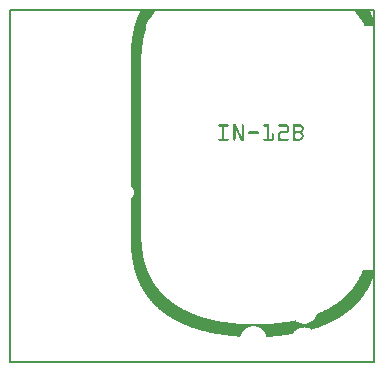
<source format=gto>
G04 MADE WITH FRITZING*
G04 WWW.FRITZING.ORG*
G04 DOUBLE SIDED*
G04 HOLES PLATED*
G04 CONTOUR ON CENTER OF CONTOUR VECTOR*
%ASAXBY*%
%FSLAX23Y23*%
%MOIN*%
%OFA0B0*%
%SFA1.0B1.0*%
%ADD10R,1.220470X1.181100X1.204470X1.165100*%
%ADD11C,0.008000*%
%ADD12R,0.001000X0.001000*%
%LNSILK1*%
G90*
G70*
G54D11*
X4Y1177D02*
X1216Y1177D01*
X1216Y4D01*
X4Y4D01*
X4Y1177D01*
D02*
G54D12*
X441Y1181D02*
X492Y1181D01*
X1147Y1181D02*
X1198Y1181D01*
X441Y1180D02*
X491Y1180D01*
X1148Y1180D02*
X1198Y1180D01*
X440Y1179D02*
X490Y1179D01*
X1149Y1179D02*
X1199Y1179D01*
X440Y1178D02*
X490Y1178D01*
X1150Y1178D02*
X1199Y1178D01*
X439Y1177D02*
X489Y1177D01*
X1150Y1177D02*
X1200Y1177D01*
X439Y1176D02*
X488Y1176D01*
X1151Y1176D02*
X1200Y1176D01*
X438Y1175D02*
X487Y1175D01*
X1152Y1175D02*
X1201Y1175D01*
X438Y1174D02*
X487Y1174D01*
X1153Y1174D02*
X1201Y1174D01*
X437Y1173D02*
X486Y1173D01*
X1153Y1173D02*
X1202Y1173D01*
X437Y1172D02*
X485Y1172D01*
X1154Y1172D02*
X1202Y1172D01*
X436Y1171D02*
X485Y1171D01*
X1155Y1171D02*
X1203Y1171D01*
X436Y1170D02*
X484Y1170D01*
X1155Y1170D02*
X1203Y1170D01*
X435Y1169D02*
X483Y1169D01*
X1156Y1169D02*
X1204Y1169D01*
X435Y1168D02*
X483Y1168D01*
X1157Y1168D02*
X1204Y1168D01*
X434Y1167D02*
X482Y1167D01*
X1157Y1167D02*
X1205Y1167D01*
X434Y1166D02*
X481Y1166D01*
X1158Y1166D02*
X1205Y1166D01*
X433Y1165D02*
X481Y1165D01*
X1158Y1165D02*
X1206Y1165D01*
X433Y1164D02*
X480Y1164D01*
X1159Y1164D02*
X1206Y1164D01*
X433Y1163D02*
X479Y1163D01*
X1160Y1163D02*
X1207Y1163D01*
X432Y1162D02*
X479Y1162D01*
X1160Y1162D02*
X1207Y1162D01*
X432Y1161D02*
X478Y1161D01*
X1161Y1161D02*
X1208Y1161D01*
X431Y1160D02*
X478Y1160D01*
X1162Y1160D02*
X1208Y1160D01*
X431Y1159D02*
X477Y1159D01*
X1162Y1159D02*
X1208Y1159D01*
X430Y1158D02*
X476Y1158D01*
X1163Y1158D02*
X1209Y1158D01*
X430Y1157D02*
X476Y1157D01*
X1163Y1157D02*
X1209Y1157D01*
X430Y1156D02*
X475Y1156D01*
X1164Y1156D02*
X1210Y1156D01*
X429Y1155D02*
X475Y1155D01*
X1165Y1155D02*
X1210Y1155D01*
X429Y1154D02*
X474Y1154D01*
X1165Y1154D02*
X1211Y1154D01*
X428Y1153D02*
X473Y1153D01*
X1166Y1153D02*
X1211Y1153D01*
X428Y1152D02*
X472Y1152D01*
X1167Y1152D02*
X1211Y1152D01*
X428Y1151D02*
X471Y1151D01*
X1168Y1151D02*
X1212Y1151D01*
X427Y1150D02*
X470Y1150D01*
X1169Y1150D02*
X1212Y1150D01*
X427Y1149D02*
X469Y1149D01*
X1171Y1149D02*
X1212Y1149D01*
X426Y1148D02*
X468Y1148D01*
X1172Y1148D02*
X1213Y1148D01*
X426Y1147D02*
X467Y1147D01*
X1172Y1147D02*
X1213Y1147D01*
X426Y1146D02*
X466Y1146D01*
X1173Y1146D02*
X1214Y1146D01*
X425Y1145D02*
X465Y1145D01*
X1174Y1145D02*
X1214Y1145D01*
X425Y1144D02*
X464Y1144D01*
X1175Y1144D02*
X1214Y1144D01*
X425Y1143D02*
X464Y1143D01*
X1176Y1143D02*
X1215Y1143D01*
X424Y1142D02*
X463Y1142D01*
X1176Y1142D02*
X1215Y1142D01*
X424Y1141D02*
X462Y1141D01*
X1177Y1141D02*
X1215Y1141D01*
X424Y1140D02*
X462Y1140D01*
X1178Y1140D02*
X1216Y1140D01*
X423Y1139D02*
X461Y1139D01*
X1178Y1139D02*
X1216Y1139D01*
X423Y1138D02*
X460Y1138D01*
X1179Y1138D02*
X1216Y1138D01*
X423Y1137D02*
X460Y1137D01*
X1179Y1137D02*
X1217Y1137D01*
X422Y1136D02*
X459Y1136D01*
X1180Y1136D02*
X1217Y1136D01*
X422Y1135D02*
X459Y1135D01*
X1180Y1135D02*
X1217Y1135D01*
X422Y1134D02*
X458Y1134D01*
X1181Y1134D02*
X1218Y1134D01*
X421Y1133D02*
X458Y1133D01*
X1181Y1133D02*
X1218Y1133D01*
X421Y1132D02*
X458Y1132D01*
X1182Y1132D02*
X1218Y1132D01*
X421Y1131D02*
X457Y1131D01*
X1182Y1131D02*
X1219Y1131D01*
X420Y1130D02*
X457Y1130D01*
X1182Y1130D02*
X1219Y1130D01*
X420Y1129D02*
X456Y1129D01*
X1183Y1129D02*
X1219Y1129D01*
X420Y1128D02*
X456Y1128D01*
X1183Y1128D02*
X1219Y1128D01*
X419Y1127D02*
X456Y1127D01*
X1183Y1127D02*
X1220Y1127D01*
X419Y1126D02*
X456Y1126D01*
X1184Y1126D02*
X1220Y1126D01*
X419Y1125D02*
X455Y1125D01*
X1184Y1125D02*
X1220Y1125D01*
X419Y1124D02*
X455Y1124D01*
X418Y1123D02*
X455Y1123D01*
X418Y1122D02*
X455Y1122D01*
X418Y1121D02*
X455Y1121D01*
X418Y1120D02*
X454Y1120D01*
X417Y1119D02*
X454Y1119D01*
X417Y1118D02*
X454Y1118D01*
X417Y1117D02*
X454Y1117D01*
X417Y1116D02*
X454Y1116D01*
X416Y1115D02*
X454Y1115D01*
X416Y1114D02*
X454Y1114D01*
X416Y1113D02*
X454Y1113D01*
X416Y1112D02*
X454Y1112D01*
X415Y1111D02*
X454Y1111D01*
X415Y1110D02*
X454Y1110D01*
X415Y1109D02*
X454Y1109D01*
X415Y1108D02*
X454Y1108D01*
X414Y1107D02*
X454Y1107D01*
X414Y1106D02*
X454Y1106D01*
X414Y1105D02*
X453Y1105D01*
X414Y1104D02*
X453Y1104D01*
X414Y1103D02*
X453Y1103D01*
X413Y1102D02*
X452Y1102D01*
X413Y1101D02*
X452Y1101D01*
X413Y1100D02*
X452Y1100D01*
X413Y1099D02*
X451Y1099D01*
X413Y1098D02*
X451Y1098D01*
X413Y1097D02*
X451Y1097D01*
X412Y1096D02*
X451Y1096D01*
X412Y1095D02*
X450Y1095D01*
X412Y1094D02*
X450Y1094D01*
X412Y1093D02*
X450Y1093D01*
X412Y1092D02*
X450Y1092D01*
X411Y1091D02*
X449Y1091D01*
X411Y1090D02*
X449Y1090D01*
X411Y1089D02*
X449Y1089D01*
X411Y1088D02*
X449Y1088D01*
X411Y1087D02*
X448Y1087D01*
X411Y1086D02*
X448Y1086D01*
X411Y1085D02*
X448Y1085D01*
X410Y1084D02*
X448Y1084D01*
X410Y1083D02*
X447Y1083D01*
X410Y1082D02*
X447Y1082D01*
X410Y1081D02*
X447Y1081D01*
X410Y1080D02*
X447Y1080D01*
X410Y1079D02*
X447Y1079D01*
X410Y1078D02*
X446Y1078D01*
X410Y1077D02*
X446Y1077D01*
X409Y1076D02*
X446Y1076D01*
X409Y1075D02*
X446Y1075D01*
X409Y1074D02*
X446Y1074D01*
X409Y1073D02*
X445Y1073D01*
X409Y1072D02*
X445Y1072D01*
X409Y1071D02*
X445Y1071D01*
X409Y1070D02*
X445Y1070D01*
X409Y1069D02*
X445Y1069D01*
X409Y1068D02*
X445Y1068D01*
X408Y1067D02*
X444Y1067D01*
X408Y1066D02*
X444Y1066D01*
X408Y1065D02*
X444Y1065D01*
X408Y1064D02*
X444Y1064D01*
X408Y1063D02*
X444Y1063D01*
X408Y1062D02*
X444Y1062D01*
X408Y1061D02*
X444Y1061D01*
X408Y1060D02*
X443Y1060D01*
X408Y1059D02*
X443Y1059D01*
X408Y1058D02*
X443Y1058D01*
X408Y1057D02*
X443Y1057D01*
X408Y1056D02*
X443Y1056D01*
X408Y1055D02*
X443Y1055D01*
X407Y1054D02*
X443Y1054D01*
X407Y1053D02*
X442Y1053D01*
X407Y1052D02*
X442Y1052D01*
X407Y1051D02*
X442Y1051D01*
X407Y1050D02*
X442Y1050D01*
X407Y1049D02*
X442Y1049D01*
X407Y1048D02*
X442Y1048D01*
X407Y1047D02*
X442Y1047D01*
X407Y1046D02*
X442Y1046D01*
X407Y1045D02*
X442Y1045D01*
X407Y1044D02*
X442Y1044D01*
X407Y1043D02*
X441Y1043D01*
X407Y1042D02*
X441Y1042D01*
X407Y1041D02*
X441Y1041D01*
X407Y1040D02*
X441Y1040D01*
X407Y1039D02*
X441Y1039D01*
X407Y1038D02*
X441Y1038D01*
X407Y1037D02*
X441Y1037D01*
X407Y1036D02*
X441Y1036D01*
X407Y1035D02*
X441Y1035D01*
X407Y1034D02*
X441Y1034D01*
X407Y1033D02*
X441Y1033D01*
X407Y1032D02*
X441Y1032D01*
X407Y1031D02*
X441Y1031D01*
X407Y1030D02*
X441Y1030D01*
X407Y1029D02*
X440Y1029D01*
X407Y1028D02*
X440Y1028D01*
X407Y1027D02*
X440Y1027D01*
X407Y1026D02*
X440Y1026D01*
X407Y1025D02*
X440Y1025D01*
X407Y1024D02*
X440Y1024D01*
X407Y1023D02*
X440Y1023D01*
X407Y1022D02*
X440Y1022D01*
X407Y1021D02*
X440Y1021D01*
X407Y1020D02*
X440Y1020D01*
X407Y1019D02*
X440Y1019D01*
X407Y1018D02*
X440Y1018D01*
X407Y1017D02*
X440Y1017D01*
X407Y1016D02*
X440Y1016D01*
X407Y1015D02*
X440Y1015D01*
X407Y1014D02*
X440Y1014D01*
X407Y1013D02*
X440Y1013D01*
X407Y1012D02*
X440Y1012D01*
X407Y1011D02*
X440Y1011D01*
X407Y1010D02*
X440Y1010D01*
X407Y1009D02*
X440Y1009D01*
X407Y1008D02*
X440Y1008D01*
X407Y1007D02*
X440Y1007D01*
X407Y1006D02*
X440Y1006D01*
X407Y1005D02*
X440Y1005D01*
X407Y1004D02*
X440Y1004D01*
X407Y1003D02*
X440Y1003D01*
X407Y1002D02*
X440Y1002D01*
X407Y1001D02*
X440Y1001D01*
X407Y1000D02*
X440Y1000D01*
X407Y999D02*
X440Y999D01*
X407Y998D02*
X440Y998D01*
X407Y997D02*
X440Y997D01*
X407Y996D02*
X440Y996D01*
X407Y995D02*
X440Y995D01*
X407Y994D02*
X440Y994D01*
X407Y993D02*
X440Y993D01*
X407Y992D02*
X440Y992D01*
X407Y991D02*
X440Y991D01*
X407Y990D02*
X440Y990D01*
X407Y989D02*
X440Y989D01*
X407Y988D02*
X440Y988D01*
X407Y987D02*
X440Y987D01*
X407Y986D02*
X440Y986D01*
X407Y985D02*
X440Y985D01*
X407Y984D02*
X440Y984D01*
X407Y983D02*
X440Y983D01*
X407Y982D02*
X440Y982D01*
X407Y981D02*
X440Y981D01*
X407Y980D02*
X440Y980D01*
X407Y979D02*
X440Y979D01*
X407Y978D02*
X440Y978D01*
X407Y977D02*
X440Y977D01*
X407Y976D02*
X440Y976D01*
X407Y975D02*
X440Y975D01*
X407Y974D02*
X440Y974D01*
X407Y973D02*
X440Y973D01*
X407Y972D02*
X440Y972D01*
X407Y971D02*
X440Y971D01*
X407Y970D02*
X440Y970D01*
X407Y969D02*
X440Y969D01*
X407Y968D02*
X440Y968D01*
X407Y967D02*
X440Y967D01*
X407Y966D02*
X440Y966D01*
X407Y965D02*
X440Y965D01*
X407Y964D02*
X440Y964D01*
X407Y963D02*
X440Y963D01*
X407Y962D02*
X440Y962D01*
X407Y961D02*
X440Y961D01*
X407Y960D02*
X440Y960D01*
X407Y959D02*
X440Y959D01*
X407Y958D02*
X440Y958D01*
X407Y957D02*
X440Y957D01*
X407Y956D02*
X440Y956D01*
X407Y955D02*
X440Y955D01*
X407Y954D02*
X440Y954D01*
X407Y953D02*
X440Y953D01*
X407Y952D02*
X440Y952D01*
X407Y951D02*
X440Y951D01*
X407Y950D02*
X440Y950D01*
X407Y949D02*
X440Y949D01*
X407Y948D02*
X440Y948D01*
X407Y947D02*
X440Y947D01*
X407Y946D02*
X440Y946D01*
X407Y945D02*
X440Y945D01*
X407Y944D02*
X440Y944D01*
X407Y943D02*
X440Y943D01*
X407Y942D02*
X440Y942D01*
X407Y941D02*
X440Y941D01*
X407Y940D02*
X440Y940D01*
X407Y939D02*
X440Y939D01*
X407Y938D02*
X440Y938D01*
X407Y937D02*
X440Y937D01*
X407Y936D02*
X440Y936D01*
X407Y935D02*
X440Y935D01*
X407Y934D02*
X440Y934D01*
X407Y933D02*
X440Y933D01*
X407Y932D02*
X440Y932D01*
X407Y931D02*
X440Y931D01*
X407Y930D02*
X440Y930D01*
X407Y929D02*
X440Y929D01*
X407Y928D02*
X440Y928D01*
X407Y927D02*
X440Y927D01*
X407Y926D02*
X440Y926D01*
X407Y925D02*
X440Y925D01*
X407Y924D02*
X440Y924D01*
X407Y923D02*
X440Y923D01*
X407Y922D02*
X440Y922D01*
X407Y921D02*
X440Y921D01*
X407Y920D02*
X440Y920D01*
X407Y919D02*
X440Y919D01*
X407Y918D02*
X440Y918D01*
X407Y917D02*
X440Y917D01*
X407Y916D02*
X440Y916D01*
X407Y915D02*
X440Y915D01*
X407Y914D02*
X440Y914D01*
X407Y913D02*
X440Y913D01*
X407Y912D02*
X440Y912D01*
X407Y911D02*
X440Y911D01*
X407Y910D02*
X440Y910D01*
X407Y909D02*
X440Y909D01*
X407Y908D02*
X440Y908D01*
X407Y907D02*
X440Y907D01*
X407Y906D02*
X440Y906D01*
X407Y905D02*
X440Y905D01*
X407Y904D02*
X440Y904D01*
X407Y903D02*
X440Y903D01*
X407Y902D02*
X440Y902D01*
X407Y901D02*
X440Y901D01*
X407Y900D02*
X440Y900D01*
X407Y899D02*
X440Y899D01*
X407Y898D02*
X440Y898D01*
X407Y897D02*
X440Y897D01*
X407Y896D02*
X440Y896D01*
X407Y895D02*
X440Y895D01*
X407Y894D02*
X440Y894D01*
X407Y893D02*
X440Y893D01*
X407Y892D02*
X440Y892D01*
X407Y891D02*
X440Y891D01*
X407Y890D02*
X440Y890D01*
X407Y889D02*
X440Y889D01*
X407Y888D02*
X440Y888D01*
X407Y887D02*
X440Y887D01*
X407Y886D02*
X440Y886D01*
X407Y885D02*
X440Y885D01*
X407Y884D02*
X440Y884D01*
X407Y883D02*
X440Y883D01*
X407Y882D02*
X440Y882D01*
X407Y881D02*
X440Y881D01*
X407Y880D02*
X440Y880D01*
X407Y879D02*
X440Y879D01*
X407Y878D02*
X440Y878D01*
X407Y877D02*
X440Y877D01*
X407Y876D02*
X440Y876D01*
X407Y875D02*
X440Y875D01*
X407Y874D02*
X440Y874D01*
X407Y873D02*
X440Y873D01*
X407Y872D02*
X440Y872D01*
X407Y871D02*
X440Y871D01*
X407Y870D02*
X440Y870D01*
X407Y869D02*
X440Y869D01*
X407Y868D02*
X440Y868D01*
X407Y867D02*
X440Y867D01*
X407Y866D02*
X440Y866D01*
X407Y865D02*
X440Y865D01*
X407Y864D02*
X440Y864D01*
X407Y863D02*
X440Y863D01*
X407Y862D02*
X440Y862D01*
X407Y861D02*
X440Y861D01*
X407Y860D02*
X440Y860D01*
X407Y859D02*
X440Y859D01*
X407Y858D02*
X440Y858D01*
X407Y857D02*
X440Y857D01*
X407Y856D02*
X440Y856D01*
X407Y855D02*
X440Y855D01*
X407Y854D02*
X440Y854D01*
X407Y853D02*
X440Y853D01*
X407Y852D02*
X440Y852D01*
X407Y851D02*
X440Y851D01*
X407Y850D02*
X440Y850D01*
X407Y849D02*
X440Y849D01*
X407Y848D02*
X440Y848D01*
X407Y847D02*
X440Y847D01*
X407Y846D02*
X440Y846D01*
X407Y845D02*
X440Y845D01*
X407Y844D02*
X440Y844D01*
X407Y843D02*
X440Y843D01*
X407Y842D02*
X440Y842D01*
X407Y841D02*
X440Y841D01*
X407Y840D02*
X440Y840D01*
X407Y839D02*
X440Y839D01*
X407Y838D02*
X440Y838D01*
X407Y837D02*
X440Y837D01*
X407Y836D02*
X440Y836D01*
X407Y835D02*
X440Y835D01*
X407Y834D02*
X440Y834D01*
X407Y833D02*
X440Y833D01*
X407Y832D02*
X440Y832D01*
X407Y831D02*
X440Y831D01*
X407Y830D02*
X440Y830D01*
X407Y829D02*
X440Y829D01*
X407Y828D02*
X440Y828D01*
X407Y827D02*
X440Y827D01*
X407Y826D02*
X440Y826D01*
X407Y825D02*
X440Y825D01*
X407Y824D02*
X440Y824D01*
X407Y823D02*
X440Y823D01*
X407Y822D02*
X440Y822D01*
X407Y821D02*
X440Y821D01*
X407Y820D02*
X440Y820D01*
X407Y819D02*
X440Y819D01*
X407Y818D02*
X440Y818D01*
X407Y817D02*
X440Y817D01*
X407Y816D02*
X440Y816D01*
X407Y815D02*
X440Y815D01*
X407Y814D02*
X440Y814D01*
X407Y813D02*
X440Y813D01*
X407Y812D02*
X440Y812D01*
X407Y811D02*
X440Y811D01*
X407Y810D02*
X440Y810D01*
X407Y809D02*
X440Y809D01*
X407Y808D02*
X440Y808D01*
X407Y807D02*
X440Y807D01*
X407Y806D02*
X440Y806D01*
X407Y805D02*
X440Y805D01*
X407Y804D02*
X440Y804D01*
X407Y803D02*
X440Y803D01*
X407Y802D02*
X440Y802D01*
X407Y801D02*
X440Y801D01*
X407Y800D02*
X440Y800D01*
X407Y799D02*
X440Y799D01*
X407Y798D02*
X440Y798D01*
X407Y797D02*
X440Y797D01*
X407Y796D02*
X440Y796D01*
X407Y795D02*
X440Y795D01*
X699Y795D02*
X730Y795D01*
X747Y795D02*
X756Y795D01*
X776Y795D02*
X780Y795D01*
X849Y795D02*
X867Y795D01*
X899Y795D02*
X927Y795D01*
X947Y795D02*
X972Y795D01*
X407Y794D02*
X440Y794D01*
X698Y794D02*
X731Y794D01*
X747Y794D02*
X757Y794D01*
X776Y794D02*
X781Y794D01*
X848Y794D02*
X867Y794D01*
X898Y794D02*
X929Y794D01*
X947Y794D02*
X974Y794D01*
X407Y793D02*
X440Y793D01*
X698Y793D02*
X731Y793D01*
X747Y793D02*
X757Y793D01*
X775Y793D02*
X781Y793D01*
X848Y793D02*
X867Y793D01*
X898Y793D02*
X930Y793D01*
X947Y793D02*
X975Y793D01*
X407Y792D02*
X440Y792D01*
X698Y792D02*
X731Y792D01*
X747Y792D02*
X757Y792D01*
X775Y792D02*
X781Y792D01*
X848Y792D02*
X867Y792D01*
X897Y792D02*
X930Y792D01*
X947Y792D02*
X976Y792D01*
X407Y791D02*
X440Y791D01*
X698Y791D02*
X731Y791D01*
X747Y791D02*
X758Y791D01*
X775Y791D02*
X781Y791D01*
X848Y791D02*
X867Y791D01*
X898Y791D02*
X931Y791D01*
X947Y791D02*
X977Y791D01*
X407Y790D02*
X440Y790D01*
X698Y790D02*
X730Y790D01*
X747Y790D02*
X758Y790D01*
X775Y790D02*
X781Y790D01*
X848Y790D02*
X867Y790D01*
X898Y790D02*
X931Y790D01*
X947Y790D02*
X978Y790D01*
X407Y789D02*
X440Y789D01*
X700Y789D02*
X728Y789D01*
X747Y789D02*
X759Y789D01*
X775Y789D02*
X781Y789D01*
X850Y789D02*
X867Y789D01*
X900Y789D02*
X931Y789D01*
X947Y789D02*
X979Y789D01*
X407Y788D02*
X440Y788D01*
X711Y788D02*
X717Y788D01*
X747Y788D02*
X759Y788D01*
X775Y788D02*
X781Y788D01*
X861Y788D02*
X867Y788D01*
X925Y788D02*
X931Y788D01*
X947Y788D02*
X953Y788D01*
X971Y788D02*
X979Y788D01*
X407Y787D02*
X440Y787D01*
X711Y787D02*
X717Y787D01*
X747Y787D02*
X760Y787D01*
X775Y787D02*
X781Y787D01*
X861Y787D02*
X867Y787D01*
X925Y787D02*
X931Y787D01*
X947Y787D02*
X953Y787D01*
X973Y787D02*
X980Y787D01*
X407Y786D02*
X440Y786D01*
X711Y786D02*
X717Y786D01*
X747Y786D02*
X760Y786D01*
X775Y786D02*
X781Y786D01*
X861Y786D02*
X867Y786D01*
X925Y786D02*
X931Y786D01*
X947Y786D02*
X953Y786D01*
X973Y786D02*
X980Y786D01*
X407Y785D02*
X440Y785D01*
X711Y785D02*
X717Y785D01*
X747Y785D02*
X760Y785D01*
X775Y785D02*
X781Y785D01*
X861Y785D02*
X867Y785D01*
X925Y785D02*
X931Y785D01*
X947Y785D02*
X953Y785D01*
X974Y785D02*
X981Y785D01*
X407Y784D02*
X440Y784D01*
X711Y784D02*
X717Y784D01*
X747Y784D02*
X761Y784D01*
X775Y784D02*
X781Y784D01*
X861Y784D02*
X867Y784D01*
X925Y784D02*
X931Y784D01*
X947Y784D02*
X953Y784D01*
X975Y784D02*
X981Y784D01*
X407Y783D02*
X440Y783D01*
X711Y783D02*
X717Y783D01*
X747Y783D02*
X761Y783D01*
X775Y783D02*
X781Y783D01*
X861Y783D02*
X867Y783D01*
X925Y783D02*
X931Y783D01*
X947Y783D02*
X953Y783D01*
X975Y783D02*
X981Y783D01*
X407Y782D02*
X440Y782D01*
X711Y782D02*
X717Y782D01*
X747Y782D02*
X762Y782D01*
X775Y782D02*
X781Y782D01*
X861Y782D02*
X867Y782D01*
X925Y782D02*
X931Y782D01*
X947Y782D02*
X953Y782D01*
X975Y782D02*
X981Y782D01*
X407Y781D02*
X440Y781D01*
X711Y781D02*
X717Y781D01*
X747Y781D02*
X754Y781D01*
X756Y781D02*
X762Y781D01*
X775Y781D02*
X781Y781D01*
X861Y781D02*
X867Y781D01*
X925Y781D02*
X931Y781D01*
X947Y781D02*
X953Y781D01*
X975Y781D02*
X981Y781D01*
X407Y780D02*
X440Y780D01*
X711Y780D02*
X717Y780D01*
X747Y780D02*
X754Y780D01*
X756Y780D02*
X763Y780D01*
X775Y780D02*
X781Y780D01*
X861Y780D02*
X867Y780D01*
X925Y780D02*
X931Y780D01*
X947Y780D02*
X953Y780D01*
X975Y780D02*
X981Y780D01*
X407Y779D02*
X440Y779D01*
X711Y779D02*
X717Y779D01*
X747Y779D02*
X754Y779D01*
X756Y779D02*
X763Y779D01*
X775Y779D02*
X781Y779D01*
X861Y779D02*
X867Y779D01*
X925Y779D02*
X931Y779D01*
X947Y779D02*
X953Y779D01*
X975Y779D02*
X981Y779D01*
X407Y778D02*
X440Y778D01*
X711Y778D02*
X717Y778D01*
X747Y778D02*
X754Y778D01*
X757Y778D02*
X764Y778D01*
X775Y778D02*
X781Y778D01*
X861Y778D02*
X867Y778D01*
X925Y778D02*
X931Y778D01*
X947Y778D02*
X953Y778D01*
X975Y778D02*
X981Y778D01*
X407Y777D02*
X440Y777D01*
X711Y777D02*
X717Y777D01*
X747Y777D02*
X754Y777D01*
X757Y777D02*
X764Y777D01*
X775Y777D02*
X781Y777D01*
X861Y777D02*
X867Y777D01*
X925Y777D02*
X931Y777D01*
X947Y777D02*
X953Y777D01*
X975Y777D02*
X981Y777D01*
X407Y776D02*
X440Y776D01*
X711Y776D02*
X717Y776D01*
X747Y776D02*
X754Y776D01*
X758Y776D02*
X764Y776D01*
X775Y776D02*
X781Y776D01*
X861Y776D02*
X867Y776D01*
X925Y776D02*
X931Y776D01*
X947Y776D02*
X953Y776D01*
X974Y776D02*
X981Y776D01*
X407Y775D02*
X440Y775D01*
X711Y775D02*
X717Y775D01*
X747Y775D02*
X754Y775D01*
X758Y775D02*
X765Y775D01*
X775Y775D02*
X781Y775D01*
X861Y775D02*
X867Y775D01*
X925Y775D02*
X931Y775D01*
X947Y775D02*
X953Y775D01*
X973Y775D02*
X980Y775D01*
X407Y774D02*
X440Y774D01*
X711Y774D02*
X717Y774D01*
X747Y774D02*
X754Y774D01*
X759Y774D02*
X765Y774D01*
X775Y774D02*
X781Y774D01*
X861Y774D02*
X867Y774D01*
X925Y774D02*
X931Y774D01*
X947Y774D02*
X953Y774D01*
X972Y774D02*
X980Y774D01*
X407Y773D02*
X440Y773D01*
X711Y773D02*
X717Y773D01*
X747Y773D02*
X754Y773D01*
X759Y773D02*
X766Y773D01*
X775Y773D02*
X781Y773D01*
X861Y773D02*
X867Y773D01*
X925Y773D02*
X931Y773D01*
X947Y773D02*
X953Y773D01*
X971Y773D02*
X979Y773D01*
X407Y772D02*
X440Y772D01*
X711Y772D02*
X717Y772D01*
X747Y772D02*
X754Y772D01*
X759Y772D02*
X766Y772D01*
X775Y772D02*
X781Y772D01*
X800Y772D02*
X829Y772D01*
X861Y772D02*
X867Y772D01*
X903Y772D02*
X931Y772D01*
X947Y772D02*
X979Y772D01*
X407Y771D02*
X440Y771D01*
X711Y771D02*
X717Y771D01*
X747Y771D02*
X754Y771D01*
X760Y771D02*
X767Y771D01*
X775Y771D02*
X781Y771D01*
X798Y771D02*
X830Y771D01*
X861Y771D02*
X867Y771D01*
X900Y771D02*
X931Y771D01*
X947Y771D02*
X978Y771D01*
X407Y770D02*
X440Y770D01*
X711Y770D02*
X717Y770D01*
X747Y770D02*
X754Y770D01*
X760Y770D02*
X767Y770D01*
X775Y770D02*
X781Y770D01*
X798Y770D02*
X831Y770D01*
X861Y770D02*
X867Y770D01*
X899Y770D02*
X931Y770D01*
X947Y770D02*
X977Y770D01*
X407Y769D02*
X440Y769D01*
X711Y769D02*
X717Y769D01*
X747Y769D02*
X754Y769D01*
X761Y769D02*
X767Y769D01*
X775Y769D02*
X781Y769D01*
X798Y769D02*
X831Y769D01*
X861Y769D02*
X867Y769D01*
X899Y769D02*
X930Y769D01*
X947Y769D02*
X976Y769D01*
X407Y768D02*
X440Y768D01*
X711Y768D02*
X717Y768D01*
X747Y768D02*
X754Y768D01*
X761Y768D02*
X768Y768D01*
X775Y768D02*
X781Y768D01*
X797Y768D02*
X831Y768D01*
X861Y768D02*
X867Y768D01*
X898Y768D02*
X929Y768D01*
X947Y768D02*
X977Y768D01*
X407Y767D02*
X440Y767D01*
X711Y767D02*
X717Y767D01*
X747Y767D02*
X754Y767D01*
X762Y767D02*
X768Y767D01*
X775Y767D02*
X781Y767D01*
X797Y767D02*
X831Y767D01*
X861Y767D02*
X867Y767D01*
X898Y767D02*
X928Y767D01*
X947Y767D02*
X978Y767D01*
X407Y766D02*
X440Y766D01*
X711Y766D02*
X717Y766D01*
X747Y766D02*
X754Y766D01*
X762Y766D02*
X769Y766D01*
X775Y766D02*
X781Y766D01*
X797Y766D02*
X831Y766D01*
X861Y766D02*
X867Y766D01*
X877Y766D02*
X879Y766D01*
X897Y766D02*
X927Y766D01*
X947Y766D02*
X979Y766D01*
X407Y765D02*
X440Y765D01*
X711Y765D02*
X717Y765D01*
X747Y765D02*
X754Y765D01*
X763Y765D02*
X769Y765D01*
X775Y765D02*
X781Y765D01*
X798Y765D02*
X831Y765D01*
X861Y765D02*
X867Y765D01*
X876Y765D02*
X880Y765D01*
X897Y765D02*
X904Y765D01*
X947Y765D02*
X954Y765D01*
X970Y765D02*
X979Y765D01*
X407Y764D02*
X440Y764D01*
X711Y764D02*
X717Y764D01*
X747Y764D02*
X754Y764D01*
X763Y764D02*
X770Y764D01*
X775Y764D02*
X781Y764D01*
X798Y764D02*
X830Y764D01*
X861Y764D02*
X867Y764D01*
X875Y764D02*
X881Y764D01*
X897Y764D02*
X903Y764D01*
X947Y764D02*
X953Y764D01*
X972Y764D02*
X980Y764D01*
X407Y763D02*
X440Y763D01*
X711Y763D02*
X717Y763D01*
X747Y763D02*
X754Y763D01*
X763Y763D02*
X770Y763D01*
X775Y763D02*
X781Y763D01*
X799Y763D02*
X829Y763D01*
X861Y763D02*
X867Y763D01*
X875Y763D02*
X881Y763D01*
X897Y763D02*
X903Y763D01*
X947Y763D02*
X953Y763D01*
X973Y763D02*
X980Y763D01*
X407Y762D02*
X440Y762D01*
X711Y762D02*
X717Y762D01*
X747Y762D02*
X754Y762D01*
X764Y762D02*
X771Y762D01*
X775Y762D02*
X781Y762D01*
X861Y762D02*
X867Y762D01*
X875Y762D02*
X881Y762D01*
X897Y762D02*
X903Y762D01*
X947Y762D02*
X953Y762D01*
X974Y762D02*
X980Y762D01*
X407Y761D02*
X440Y761D01*
X711Y761D02*
X717Y761D01*
X747Y761D02*
X754Y761D01*
X764Y761D02*
X771Y761D01*
X775Y761D02*
X781Y761D01*
X861Y761D02*
X867Y761D01*
X875Y761D02*
X881Y761D01*
X897Y761D02*
X903Y761D01*
X947Y761D02*
X953Y761D01*
X974Y761D02*
X981Y761D01*
X407Y760D02*
X440Y760D01*
X711Y760D02*
X717Y760D01*
X747Y760D02*
X754Y760D01*
X765Y760D02*
X771Y760D01*
X775Y760D02*
X781Y760D01*
X861Y760D02*
X867Y760D01*
X875Y760D02*
X881Y760D01*
X897Y760D02*
X903Y760D01*
X947Y760D02*
X953Y760D01*
X975Y760D02*
X981Y760D01*
X407Y759D02*
X440Y759D01*
X711Y759D02*
X717Y759D01*
X747Y759D02*
X754Y759D01*
X765Y759D02*
X772Y759D01*
X775Y759D02*
X781Y759D01*
X861Y759D02*
X867Y759D01*
X875Y759D02*
X881Y759D01*
X897Y759D02*
X903Y759D01*
X947Y759D02*
X953Y759D01*
X975Y759D02*
X981Y759D01*
X407Y758D02*
X440Y758D01*
X711Y758D02*
X717Y758D01*
X747Y758D02*
X754Y758D01*
X766Y758D02*
X772Y758D01*
X775Y758D02*
X781Y758D01*
X861Y758D02*
X867Y758D01*
X875Y758D02*
X881Y758D01*
X897Y758D02*
X903Y758D01*
X947Y758D02*
X953Y758D01*
X975Y758D02*
X981Y758D01*
X407Y757D02*
X440Y757D01*
X711Y757D02*
X717Y757D01*
X747Y757D02*
X754Y757D01*
X766Y757D02*
X773Y757D01*
X775Y757D02*
X781Y757D01*
X861Y757D02*
X867Y757D01*
X875Y757D02*
X881Y757D01*
X897Y757D02*
X903Y757D01*
X947Y757D02*
X953Y757D01*
X975Y757D02*
X981Y757D01*
X407Y756D02*
X440Y756D01*
X711Y756D02*
X717Y756D01*
X747Y756D02*
X754Y756D01*
X766Y756D02*
X773Y756D01*
X775Y756D02*
X781Y756D01*
X861Y756D02*
X867Y756D01*
X875Y756D02*
X881Y756D01*
X897Y756D02*
X903Y756D01*
X947Y756D02*
X953Y756D01*
X975Y756D02*
X981Y756D01*
X407Y755D02*
X440Y755D01*
X711Y755D02*
X717Y755D01*
X747Y755D02*
X754Y755D01*
X767Y755D02*
X781Y755D01*
X861Y755D02*
X867Y755D01*
X875Y755D02*
X881Y755D01*
X897Y755D02*
X903Y755D01*
X947Y755D02*
X953Y755D01*
X975Y755D02*
X981Y755D01*
X407Y754D02*
X440Y754D01*
X711Y754D02*
X717Y754D01*
X747Y754D02*
X754Y754D01*
X767Y754D02*
X781Y754D01*
X861Y754D02*
X867Y754D01*
X875Y754D02*
X881Y754D01*
X897Y754D02*
X903Y754D01*
X947Y754D02*
X953Y754D01*
X975Y754D02*
X981Y754D01*
X407Y753D02*
X440Y753D01*
X711Y753D02*
X717Y753D01*
X747Y753D02*
X754Y753D01*
X768Y753D02*
X781Y753D01*
X861Y753D02*
X867Y753D01*
X875Y753D02*
X881Y753D01*
X897Y753D02*
X903Y753D01*
X947Y753D02*
X953Y753D01*
X974Y753D02*
X981Y753D01*
X407Y752D02*
X440Y752D01*
X711Y752D02*
X717Y752D01*
X747Y752D02*
X754Y752D01*
X768Y752D02*
X781Y752D01*
X861Y752D02*
X867Y752D01*
X875Y752D02*
X881Y752D01*
X897Y752D02*
X903Y752D01*
X947Y752D02*
X953Y752D01*
X974Y752D02*
X980Y752D01*
X407Y751D02*
X440Y751D01*
X711Y751D02*
X717Y751D01*
X747Y751D02*
X754Y751D01*
X769Y751D02*
X781Y751D01*
X861Y751D02*
X867Y751D01*
X875Y751D02*
X881Y751D01*
X897Y751D02*
X903Y751D01*
X947Y751D02*
X953Y751D01*
X973Y751D02*
X980Y751D01*
X407Y750D02*
X440Y750D01*
X711Y750D02*
X717Y750D01*
X747Y750D02*
X754Y750D01*
X769Y750D02*
X781Y750D01*
X861Y750D02*
X867Y750D01*
X875Y750D02*
X881Y750D01*
X897Y750D02*
X903Y750D01*
X947Y750D02*
X953Y750D01*
X972Y750D02*
X980Y750D01*
X407Y749D02*
X440Y749D01*
X711Y749D02*
X717Y749D01*
X747Y749D02*
X754Y749D01*
X770Y749D02*
X781Y749D01*
X861Y749D02*
X867Y749D01*
X875Y749D02*
X881Y749D01*
X897Y749D02*
X904Y749D01*
X947Y749D02*
X954Y749D01*
X970Y749D02*
X979Y749D01*
X407Y748D02*
X440Y748D01*
X699Y748D02*
X730Y748D01*
X747Y748D02*
X754Y748D01*
X770Y748D02*
X781Y748D01*
X849Y748D02*
X881Y748D01*
X897Y748D02*
X929Y748D01*
X947Y748D02*
X979Y748D01*
X407Y747D02*
X440Y747D01*
X698Y747D02*
X730Y747D01*
X747Y747D02*
X754Y747D01*
X770Y747D02*
X781Y747D01*
X848Y747D02*
X881Y747D01*
X897Y747D02*
X930Y747D01*
X947Y747D02*
X978Y747D01*
X407Y746D02*
X440Y746D01*
X698Y746D02*
X731Y746D01*
X747Y746D02*
X754Y746D01*
X771Y746D02*
X781Y746D01*
X848Y746D02*
X881Y746D01*
X897Y746D02*
X931Y746D01*
X947Y746D02*
X977Y746D01*
X407Y745D02*
X440Y745D01*
X698Y745D02*
X731Y745D01*
X748Y745D02*
X753Y745D01*
X771Y745D02*
X781Y745D01*
X847Y745D02*
X881Y745D01*
X897Y745D02*
X931Y745D01*
X947Y745D02*
X976Y745D01*
X407Y744D02*
X440Y744D01*
X698Y744D02*
X731Y744D01*
X748Y744D02*
X753Y744D01*
X772Y744D02*
X781Y744D01*
X848Y744D02*
X881Y744D01*
X897Y744D02*
X931Y744D01*
X947Y744D02*
X975Y744D01*
X407Y743D02*
X440Y743D01*
X698Y743D02*
X730Y743D01*
X748Y743D02*
X753Y743D01*
X772Y743D02*
X781Y743D01*
X848Y743D02*
X880Y743D01*
X897Y743D02*
X930Y743D01*
X947Y743D02*
X973Y743D01*
X407Y742D02*
X440Y742D01*
X700Y742D02*
X729Y742D01*
X750Y742D02*
X751Y742D01*
X773Y742D02*
X781Y742D01*
X850Y742D02*
X879Y742D01*
X898Y742D02*
X929Y742D01*
X948Y742D02*
X970Y742D01*
X407Y741D02*
X440Y741D01*
X407Y740D02*
X440Y740D01*
X407Y739D02*
X440Y739D01*
X407Y738D02*
X440Y738D01*
X407Y737D02*
X440Y737D01*
X407Y736D02*
X440Y736D01*
X407Y735D02*
X440Y735D01*
X407Y734D02*
X440Y734D01*
X407Y733D02*
X440Y733D01*
X407Y732D02*
X440Y732D01*
X407Y731D02*
X440Y731D01*
X407Y730D02*
X440Y730D01*
X407Y729D02*
X440Y729D01*
X407Y728D02*
X440Y728D01*
X407Y727D02*
X440Y727D01*
X407Y726D02*
X440Y726D01*
X407Y725D02*
X440Y725D01*
X407Y724D02*
X440Y724D01*
X407Y723D02*
X440Y723D01*
X407Y722D02*
X440Y722D01*
X407Y721D02*
X440Y721D01*
X407Y720D02*
X440Y720D01*
X407Y719D02*
X440Y719D01*
X407Y718D02*
X440Y718D01*
X407Y717D02*
X440Y717D01*
X407Y716D02*
X440Y716D01*
X407Y715D02*
X440Y715D01*
X407Y714D02*
X440Y714D01*
X407Y713D02*
X440Y713D01*
X407Y712D02*
X440Y712D01*
X407Y711D02*
X440Y711D01*
X407Y710D02*
X440Y710D01*
X407Y709D02*
X440Y709D01*
X407Y708D02*
X440Y708D01*
X407Y707D02*
X440Y707D01*
X407Y706D02*
X440Y706D01*
X407Y705D02*
X440Y705D01*
X407Y704D02*
X440Y704D01*
X407Y703D02*
X440Y703D01*
X407Y702D02*
X440Y702D01*
X407Y701D02*
X440Y701D01*
X407Y700D02*
X440Y700D01*
X407Y699D02*
X440Y699D01*
X407Y698D02*
X440Y698D01*
X407Y697D02*
X440Y697D01*
X407Y696D02*
X440Y696D01*
X407Y695D02*
X440Y695D01*
X407Y694D02*
X440Y694D01*
X407Y693D02*
X440Y693D01*
X407Y692D02*
X440Y692D01*
X407Y691D02*
X440Y691D01*
X407Y690D02*
X440Y690D01*
X407Y689D02*
X440Y689D01*
X407Y688D02*
X440Y688D01*
X407Y687D02*
X440Y687D01*
X407Y686D02*
X440Y686D01*
X407Y685D02*
X440Y685D01*
X407Y684D02*
X440Y684D01*
X407Y683D02*
X440Y683D01*
X407Y682D02*
X440Y682D01*
X407Y681D02*
X440Y681D01*
X407Y680D02*
X440Y680D01*
X407Y679D02*
X440Y679D01*
X407Y678D02*
X440Y678D01*
X407Y677D02*
X440Y677D01*
X407Y676D02*
X440Y676D01*
X407Y675D02*
X440Y675D01*
X407Y674D02*
X440Y674D01*
X407Y673D02*
X440Y673D01*
X407Y672D02*
X440Y672D01*
X407Y671D02*
X440Y671D01*
X407Y670D02*
X440Y670D01*
X407Y669D02*
X440Y669D01*
X407Y668D02*
X440Y668D01*
X407Y667D02*
X440Y667D01*
X407Y666D02*
X440Y666D01*
X407Y665D02*
X440Y665D01*
X407Y664D02*
X440Y664D01*
X407Y663D02*
X440Y663D01*
X407Y662D02*
X440Y662D01*
X407Y661D02*
X440Y661D01*
X407Y660D02*
X440Y660D01*
X407Y659D02*
X440Y659D01*
X407Y658D02*
X440Y658D01*
X407Y657D02*
X440Y657D01*
X407Y656D02*
X440Y656D01*
X407Y655D02*
X440Y655D01*
X407Y654D02*
X440Y654D01*
X407Y653D02*
X440Y653D01*
X407Y652D02*
X440Y652D01*
X407Y651D02*
X440Y651D01*
X407Y650D02*
X440Y650D01*
X407Y649D02*
X440Y649D01*
X407Y648D02*
X440Y648D01*
X407Y647D02*
X440Y647D01*
X407Y646D02*
X440Y646D01*
X407Y645D02*
X440Y645D01*
X407Y644D02*
X440Y644D01*
X407Y643D02*
X440Y643D01*
X407Y642D02*
X440Y642D01*
X407Y641D02*
X440Y641D01*
X407Y640D02*
X440Y640D01*
X407Y639D02*
X440Y639D01*
X407Y638D02*
X440Y638D01*
X407Y637D02*
X440Y637D01*
X407Y636D02*
X440Y636D01*
X407Y635D02*
X440Y635D01*
X407Y634D02*
X440Y634D01*
X407Y633D02*
X440Y633D01*
X407Y632D02*
X440Y632D01*
X407Y631D02*
X440Y631D01*
X407Y630D02*
X440Y630D01*
X407Y629D02*
X440Y629D01*
X407Y628D02*
X440Y628D01*
X407Y627D02*
X440Y627D01*
X407Y626D02*
X440Y626D01*
X407Y625D02*
X440Y625D01*
X407Y624D02*
X440Y624D01*
X407Y623D02*
X440Y623D01*
X407Y622D02*
X440Y622D01*
X407Y621D02*
X440Y621D01*
X407Y620D02*
X440Y620D01*
X407Y619D02*
X440Y619D01*
X407Y618D02*
X440Y618D01*
X407Y617D02*
X440Y617D01*
X407Y616D02*
X440Y616D01*
X407Y615D02*
X440Y615D01*
X407Y614D02*
X440Y614D01*
X407Y613D02*
X440Y613D01*
X407Y612D02*
X440Y612D01*
X407Y611D02*
X440Y611D01*
X407Y610D02*
X440Y610D01*
X407Y609D02*
X440Y609D01*
X407Y608D02*
X440Y608D01*
X407Y607D02*
X440Y607D01*
X407Y606D02*
X440Y606D01*
X407Y605D02*
X440Y605D01*
X407Y604D02*
X440Y604D01*
X407Y603D02*
X440Y603D01*
X407Y602D02*
X440Y602D01*
X407Y601D02*
X440Y601D01*
X407Y600D02*
X440Y600D01*
X407Y599D02*
X440Y599D01*
X407Y598D02*
X440Y598D01*
X407Y597D02*
X440Y597D01*
X407Y596D02*
X440Y596D01*
X407Y595D02*
X440Y595D01*
X407Y594D02*
X440Y594D01*
X407Y593D02*
X440Y593D01*
X407Y592D02*
X440Y592D01*
X407Y591D02*
X440Y591D01*
X407Y590D02*
X440Y590D01*
X407Y589D02*
X440Y589D01*
X408Y588D02*
X440Y588D01*
X409Y587D02*
X440Y587D01*
X410Y586D02*
X440Y586D01*
X411Y585D02*
X440Y585D01*
X412Y584D02*
X440Y584D01*
X412Y583D02*
X440Y583D01*
X413Y582D02*
X440Y582D01*
X413Y581D02*
X440Y581D01*
X414Y580D02*
X440Y580D01*
X414Y579D02*
X440Y579D01*
X415Y578D02*
X440Y578D01*
X415Y577D02*
X440Y577D01*
X415Y576D02*
X440Y576D01*
X416Y575D02*
X440Y575D01*
X416Y574D02*
X440Y574D01*
X416Y573D02*
X440Y573D01*
X416Y572D02*
X440Y572D01*
X416Y571D02*
X440Y571D01*
X417Y570D02*
X440Y570D01*
X417Y569D02*
X440Y569D01*
X416Y568D02*
X440Y568D01*
X416Y567D02*
X440Y567D01*
X416Y566D02*
X440Y566D01*
X416Y565D02*
X440Y565D01*
X416Y564D02*
X440Y564D01*
X415Y563D02*
X440Y563D01*
X415Y562D02*
X440Y562D01*
X415Y561D02*
X440Y561D01*
X414Y560D02*
X440Y560D01*
X414Y559D02*
X440Y559D01*
X413Y558D02*
X440Y558D01*
X413Y557D02*
X440Y557D01*
X412Y556D02*
X440Y556D01*
X412Y555D02*
X440Y555D01*
X411Y554D02*
X440Y554D01*
X410Y553D02*
X440Y553D01*
X409Y552D02*
X440Y552D01*
X408Y551D02*
X440Y551D01*
X407Y550D02*
X440Y550D01*
X407Y549D02*
X440Y549D01*
X407Y548D02*
X440Y548D01*
X407Y547D02*
X440Y547D01*
X407Y546D02*
X440Y546D01*
X407Y545D02*
X440Y545D01*
X407Y544D02*
X440Y544D01*
X407Y543D02*
X440Y543D01*
X407Y542D02*
X440Y542D01*
X407Y541D02*
X440Y541D01*
X407Y540D02*
X440Y540D01*
X407Y539D02*
X440Y539D01*
X407Y538D02*
X440Y538D01*
X407Y537D02*
X440Y537D01*
X407Y536D02*
X440Y536D01*
X407Y535D02*
X440Y535D01*
X407Y534D02*
X440Y534D01*
X407Y533D02*
X440Y533D01*
X407Y532D02*
X440Y532D01*
X407Y531D02*
X440Y531D01*
X407Y530D02*
X440Y530D01*
X407Y529D02*
X440Y529D01*
X407Y528D02*
X440Y528D01*
X407Y527D02*
X440Y527D01*
X407Y526D02*
X440Y526D01*
X407Y525D02*
X440Y525D01*
X407Y524D02*
X440Y524D01*
X407Y523D02*
X440Y523D01*
X407Y522D02*
X440Y522D01*
X407Y521D02*
X440Y521D01*
X407Y520D02*
X440Y520D01*
X407Y519D02*
X440Y519D01*
X407Y518D02*
X440Y518D01*
X407Y517D02*
X440Y517D01*
X407Y516D02*
X440Y516D01*
X407Y515D02*
X440Y515D01*
X407Y514D02*
X440Y514D01*
X407Y513D02*
X440Y513D01*
X407Y512D02*
X440Y512D01*
X407Y511D02*
X440Y511D01*
X407Y510D02*
X440Y510D01*
X407Y509D02*
X440Y509D01*
X407Y508D02*
X440Y508D01*
X407Y507D02*
X440Y507D01*
X407Y506D02*
X440Y506D01*
X407Y505D02*
X440Y505D01*
X407Y504D02*
X440Y504D01*
X407Y503D02*
X440Y503D01*
X407Y502D02*
X440Y502D01*
X407Y501D02*
X440Y501D01*
X407Y500D02*
X440Y500D01*
X407Y499D02*
X440Y499D01*
X407Y498D02*
X440Y498D01*
X407Y497D02*
X440Y497D01*
X407Y496D02*
X440Y496D01*
X407Y495D02*
X440Y495D01*
X407Y494D02*
X440Y494D01*
X407Y493D02*
X440Y493D01*
X407Y492D02*
X440Y492D01*
X407Y491D02*
X440Y491D01*
X407Y490D02*
X440Y490D01*
X407Y489D02*
X440Y489D01*
X407Y488D02*
X440Y488D01*
X407Y487D02*
X440Y487D01*
X407Y486D02*
X440Y486D01*
X407Y485D02*
X440Y485D01*
X407Y484D02*
X440Y484D01*
X407Y483D02*
X440Y483D01*
X407Y482D02*
X440Y482D01*
X407Y481D02*
X440Y481D01*
X407Y480D02*
X440Y480D01*
X407Y479D02*
X440Y479D01*
X407Y478D02*
X440Y478D01*
X407Y477D02*
X440Y477D01*
X407Y476D02*
X440Y476D01*
X407Y475D02*
X440Y475D01*
X407Y474D02*
X440Y474D01*
X407Y473D02*
X440Y473D01*
X407Y472D02*
X440Y472D01*
X407Y471D02*
X440Y471D01*
X407Y470D02*
X440Y470D01*
X407Y469D02*
X440Y469D01*
X407Y468D02*
X440Y468D01*
X407Y467D02*
X440Y467D01*
X407Y466D02*
X440Y466D01*
X407Y465D02*
X440Y465D01*
X407Y464D02*
X440Y464D01*
X407Y463D02*
X440Y463D01*
X407Y462D02*
X440Y462D01*
X407Y461D02*
X440Y461D01*
X407Y460D02*
X440Y460D01*
X407Y459D02*
X440Y459D01*
X407Y458D02*
X440Y458D01*
X407Y457D02*
X440Y457D01*
X407Y456D02*
X440Y456D01*
X407Y455D02*
X440Y455D01*
X407Y454D02*
X440Y454D01*
X407Y453D02*
X440Y453D01*
X407Y452D02*
X440Y452D01*
X407Y451D02*
X440Y451D01*
X407Y450D02*
X440Y450D01*
X407Y449D02*
X440Y449D01*
X407Y448D02*
X440Y448D01*
X407Y447D02*
X440Y447D01*
X407Y446D02*
X440Y446D01*
X407Y445D02*
X440Y445D01*
X407Y444D02*
X440Y444D01*
X407Y443D02*
X440Y443D01*
X407Y442D02*
X440Y442D01*
X407Y441D02*
X440Y441D01*
X407Y440D02*
X440Y440D01*
X407Y439D02*
X440Y439D01*
X407Y438D02*
X440Y438D01*
X407Y437D02*
X440Y437D01*
X407Y436D02*
X440Y436D01*
X407Y435D02*
X440Y435D01*
X407Y434D02*
X440Y434D01*
X407Y433D02*
X440Y433D01*
X407Y432D02*
X440Y432D01*
X407Y431D02*
X440Y431D01*
X407Y430D02*
X440Y430D01*
X407Y429D02*
X440Y429D01*
X407Y428D02*
X440Y428D01*
X407Y427D02*
X440Y427D01*
X407Y426D02*
X440Y426D01*
X407Y425D02*
X440Y425D01*
X407Y424D02*
X440Y424D01*
X407Y423D02*
X440Y423D01*
X407Y422D02*
X440Y422D01*
X407Y421D02*
X440Y421D01*
X407Y420D02*
X440Y420D01*
X407Y419D02*
X440Y419D01*
X407Y418D02*
X440Y418D01*
X407Y417D02*
X440Y417D01*
X407Y416D02*
X440Y416D01*
X407Y415D02*
X440Y415D01*
X407Y414D02*
X440Y414D01*
X407Y413D02*
X440Y413D01*
X407Y412D02*
X440Y412D01*
X407Y411D02*
X440Y411D01*
X407Y410D02*
X440Y410D01*
X407Y409D02*
X440Y409D01*
X407Y408D02*
X440Y408D01*
X407Y407D02*
X440Y407D01*
X407Y406D02*
X440Y406D01*
X407Y405D02*
X440Y405D01*
X407Y404D02*
X441Y404D01*
X407Y403D02*
X441Y403D01*
X407Y402D02*
X441Y402D01*
X407Y401D02*
X441Y401D01*
X407Y400D02*
X441Y400D01*
X407Y399D02*
X441Y399D01*
X407Y398D02*
X441Y398D01*
X407Y397D02*
X441Y397D01*
X407Y396D02*
X441Y396D01*
X407Y395D02*
X441Y395D01*
X407Y394D02*
X441Y394D01*
X407Y393D02*
X441Y393D01*
X407Y392D02*
X441Y392D01*
X407Y391D02*
X441Y391D01*
X407Y390D02*
X442Y390D01*
X407Y389D02*
X442Y389D01*
X407Y388D02*
X442Y388D01*
X407Y387D02*
X442Y387D01*
X407Y386D02*
X442Y386D01*
X407Y385D02*
X442Y385D01*
X407Y384D02*
X442Y384D01*
X407Y383D02*
X442Y383D01*
X407Y382D02*
X442Y382D01*
X407Y381D02*
X442Y381D01*
X407Y380D02*
X443Y380D01*
X408Y379D02*
X443Y379D01*
X408Y378D02*
X443Y378D01*
X408Y377D02*
X443Y377D01*
X408Y376D02*
X443Y376D01*
X408Y375D02*
X443Y375D01*
X408Y374D02*
X443Y374D01*
X408Y373D02*
X443Y373D01*
X408Y372D02*
X444Y372D01*
X408Y371D02*
X444Y371D01*
X408Y370D02*
X444Y370D01*
X408Y369D02*
X444Y369D01*
X408Y368D02*
X444Y368D01*
X408Y367D02*
X444Y367D01*
X409Y366D02*
X445Y366D01*
X409Y365D02*
X445Y365D01*
X409Y364D02*
X445Y364D01*
X409Y363D02*
X445Y363D01*
X409Y362D02*
X445Y362D01*
X409Y361D02*
X445Y361D01*
X409Y360D02*
X446Y360D01*
X409Y359D02*
X446Y359D01*
X409Y358D02*
X446Y358D01*
X409Y357D02*
X446Y357D01*
X410Y356D02*
X446Y356D01*
X410Y355D02*
X447Y355D01*
X410Y354D02*
X447Y354D01*
X410Y353D02*
X447Y353D01*
X410Y352D02*
X447Y352D01*
X410Y351D02*
X447Y351D01*
X410Y350D02*
X448Y350D01*
X410Y349D02*
X448Y349D01*
X411Y348D02*
X448Y348D01*
X411Y347D02*
X448Y347D01*
X411Y346D02*
X449Y346D01*
X411Y345D02*
X449Y345D01*
X411Y344D02*
X449Y344D01*
X411Y343D02*
X449Y343D01*
X412Y342D02*
X450Y342D01*
X412Y341D02*
X450Y341D01*
X412Y340D02*
X450Y340D01*
X412Y339D02*
X450Y339D01*
X412Y338D02*
X451Y338D01*
X412Y337D02*
X451Y337D01*
X413Y336D02*
X451Y336D01*
X413Y335D02*
X451Y335D01*
X413Y334D02*
X452Y334D01*
X413Y333D02*
X452Y333D01*
X413Y332D02*
X452Y332D01*
X414Y331D02*
X453Y331D01*
X414Y330D02*
X453Y330D01*
X414Y329D02*
X453Y329D01*
X414Y328D02*
X453Y328D01*
X414Y327D02*
X454Y327D01*
X415Y326D02*
X454Y326D01*
X415Y325D02*
X454Y325D01*
X415Y324D02*
X455Y324D01*
X415Y323D02*
X455Y323D01*
X415Y322D02*
X455Y322D01*
X416Y321D02*
X456Y321D01*
X416Y320D02*
X456Y320D01*
X416Y319D02*
X456Y319D01*
X416Y318D02*
X457Y318D01*
X417Y317D02*
X457Y317D01*
X417Y316D02*
X457Y316D01*
X417Y315D02*
X458Y315D01*
X417Y314D02*
X458Y314D01*
X418Y313D02*
X459Y313D01*
X418Y312D02*
X459Y312D01*
X418Y311D02*
X459Y311D01*
X418Y310D02*
X460Y310D01*
X419Y309D02*
X460Y309D01*
X1179Y309D02*
X1220Y309D01*
X419Y308D02*
X460Y308D01*
X1179Y308D02*
X1220Y308D01*
X419Y307D02*
X461Y307D01*
X1178Y307D02*
X1220Y307D01*
X420Y306D02*
X461Y306D01*
X1178Y306D02*
X1220Y306D01*
X420Y305D02*
X462Y305D01*
X1177Y305D02*
X1219Y305D01*
X420Y304D02*
X462Y304D01*
X1177Y304D02*
X1219Y304D01*
X420Y303D02*
X463Y303D01*
X1177Y303D02*
X1219Y303D01*
X421Y302D02*
X463Y302D01*
X1176Y302D02*
X1218Y302D01*
X421Y301D02*
X463Y301D01*
X1176Y301D02*
X1218Y301D01*
X421Y300D02*
X464Y300D01*
X1175Y300D02*
X1218Y300D01*
X422Y299D02*
X464Y299D01*
X1175Y299D02*
X1217Y299D01*
X422Y298D02*
X465Y298D01*
X1174Y298D02*
X1217Y298D01*
X422Y297D02*
X465Y297D01*
X1174Y297D02*
X1217Y297D01*
X423Y296D02*
X466Y296D01*
X1174Y296D02*
X1217Y296D01*
X423Y295D02*
X466Y295D01*
X1173Y295D02*
X1216Y295D01*
X423Y294D02*
X467Y294D01*
X1173Y294D02*
X1216Y294D01*
X424Y293D02*
X467Y293D01*
X1172Y293D02*
X1215Y293D01*
X424Y292D02*
X468Y292D01*
X1172Y292D02*
X1215Y292D01*
X424Y291D02*
X468Y291D01*
X1171Y291D02*
X1215Y291D01*
X425Y290D02*
X469Y290D01*
X1171Y290D02*
X1214Y290D01*
X425Y289D02*
X469Y289D01*
X1170Y289D02*
X1214Y289D01*
X425Y288D02*
X470Y288D01*
X1170Y288D02*
X1214Y288D01*
X426Y287D02*
X470Y287D01*
X1169Y287D02*
X1213Y287D01*
X426Y286D02*
X471Y286D01*
X1169Y286D02*
X1213Y286D01*
X427Y285D02*
X471Y285D01*
X1168Y285D02*
X1213Y285D01*
X427Y284D02*
X472Y284D01*
X1168Y284D02*
X1212Y284D01*
X427Y283D02*
X472Y283D01*
X1167Y283D02*
X1212Y283D01*
X428Y282D02*
X473Y282D01*
X1167Y282D02*
X1211Y282D01*
X428Y281D02*
X473Y281D01*
X1166Y281D02*
X1211Y281D01*
X428Y280D02*
X474Y280D01*
X1165Y280D02*
X1211Y280D01*
X429Y279D02*
X474Y279D01*
X1165Y279D02*
X1210Y279D01*
X429Y278D02*
X475Y278D01*
X1164Y278D02*
X1210Y278D01*
X430Y277D02*
X476Y277D01*
X1164Y277D02*
X1209Y277D01*
X430Y276D02*
X476Y276D01*
X1163Y276D02*
X1209Y276D01*
X431Y275D02*
X477Y275D01*
X1163Y275D02*
X1209Y275D01*
X431Y274D02*
X477Y274D01*
X1162Y274D02*
X1208Y274D01*
X431Y273D02*
X478Y273D01*
X1161Y273D02*
X1208Y273D01*
X432Y272D02*
X478Y272D01*
X1161Y272D02*
X1207Y272D01*
X432Y271D02*
X479Y271D01*
X1160Y271D02*
X1207Y271D01*
X433Y270D02*
X480Y270D01*
X1159Y270D02*
X1206Y270D01*
X433Y269D02*
X480Y269D01*
X1159Y269D02*
X1206Y269D01*
X434Y268D02*
X481Y268D01*
X1158Y268D02*
X1206Y268D01*
X434Y267D02*
X482Y267D01*
X1157Y267D02*
X1205Y267D01*
X435Y266D02*
X482Y266D01*
X1157Y266D02*
X1205Y266D01*
X435Y265D02*
X483Y265D01*
X1156Y265D02*
X1204Y265D01*
X436Y264D02*
X484Y264D01*
X1156Y264D02*
X1204Y264D01*
X436Y263D02*
X484Y263D01*
X1155Y263D02*
X1203Y263D01*
X436Y262D02*
X485Y262D01*
X1154Y262D02*
X1203Y262D01*
X437Y261D02*
X486Y261D01*
X1154Y261D02*
X1202Y261D01*
X437Y260D02*
X486Y260D01*
X1153Y260D02*
X1202Y260D01*
X438Y259D02*
X487Y259D01*
X1152Y259D02*
X1201Y259D01*
X438Y258D02*
X488Y258D01*
X1151Y258D02*
X1201Y258D01*
X439Y257D02*
X488Y257D01*
X1151Y257D02*
X1200Y257D01*
X440Y256D02*
X489Y256D01*
X1150Y256D02*
X1200Y256D01*
X440Y255D02*
X490Y255D01*
X1149Y255D02*
X1199Y255D01*
X441Y254D02*
X491Y254D01*
X1149Y254D02*
X1199Y254D01*
X441Y253D02*
X491Y253D01*
X1148Y253D02*
X1198Y253D01*
X442Y252D02*
X492Y252D01*
X1147Y252D02*
X1198Y252D01*
X442Y251D02*
X493Y251D01*
X1146Y251D02*
X1197Y251D01*
X443Y250D02*
X494Y250D01*
X1146Y250D02*
X1196Y250D01*
X443Y249D02*
X494Y249D01*
X1145Y249D02*
X1196Y249D01*
X444Y248D02*
X495Y248D01*
X1144Y248D02*
X1195Y248D01*
X444Y247D02*
X496Y247D01*
X1143Y247D02*
X1195Y247D01*
X445Y246D02*
X497Y246D01*
X1142Y246D02*
X1194Y246D01*
X446Y245D02*
X498Y245D01*
X1142Y245D02*
X1194Y245D01*
X446Y244D02*
X499Y244D01*
X1141Y244D02*
X1193Y244D01*
X447Y243D02*
X499Y243D01*
X1140Y243D02*
X1192Y243D01*
X447Y242D02*
X500Y242D01*
X1139Y242D02*
X1192Y242D01*
X448Y241D02*
X501Y241D01*
X1138Y241D02*
X1191Y241D01*
X449Y240D02*
X502Y240D01*
X1137Y240D02*
X1191Y240D01*
X449Y239D02*
X503Y239D01*
X1136Y239D02*
X1190Y239D01*
X450Y238D02*
X504Y238D01*
X1136Y238D02*
X1189Y238D01*
X451Y237D02*
X504Y237D01*
X1135Y237D02*
X1189Y237D01*
X451Y236D02*
X505Y236D01*
X1134Y236D02*
X1188Y236D01*
X452Y235D02*
X506Y235D01*
X1133Y235D02*
X1187Y235D01*
X452Y234D02*
X507Y234D01*
X1132Y234D02*
X1187Y234D01*
X453Y233D02*
X508Y233D01*
X1131Y233D02*
X1186Y233D01*
X454Y232D02*
X509Y232D01*
X1130Y232D02*
X1185Y232D01*
X454Y231D02*
X510Y231D01*
X1129Y231D02*
X1185Y231D01*
X455Y230D02*
X511Y230D01*
X1128Y230D02*
X1184Y230D01*
X456Y229D02*
X512Y229D01*
X1127Y229D02*
X1183Y229D01*
X456Y228D02*
X513Y228D01*
X1126Y228D02*
X1183Y228D01*
X457Y227D02*
X514Y227D01*
X1125Y227D02*
X1182Y227D01*
X458Y226D02*
X515Y226D01*
X1124Y226D02*
X1181Y226D01*
X459Y225D02*
X516Y225D01*
X1123Y225D02*
X1181Y225D01*
X459Y224D02*
X517Y224D01*
X1122Y224D02*
X1180Y224D01*
X460Y223D02*
X518Y223D01*
X1121Y223D02*
X1179Y223D01*
X461Y222D02*
X519Y222D01*
X1120Y222D02*
X1178Y222D01*
X462Y221D02*
X520Y221D01*
X1119Y221D02*
X1178Y221D01*
X462Y220D02*
X521Y220D01*
X1118Y220D02*
X1177Y220D01*
X463Y219D02*
X523Y219D01*
X1117Y219D02*
X1176Y219D01*
X464Y218D02*
X524Y218D01*
X1116Y218D02*
X1175Y218D01*
X465Y217D02*
X525Y217D01*
X1115Y217D02*
X1175Y217D01*
X465Y216D02*
X526Y216D01*
X1113Y216D02*
X1174Y216D01*
X466Y215D02*
X527Y215D01*
X1112Y215D02*
X1173Y215D01*
X467Y214D02*
X528Y214D01*
X1111Y214D02*
X1172Y214D01*
X468Y213D02*
X529Y213D01*
X1110Y213D02*
X1171Y213D01*
X469Y212D02*
X531Y212D01*
X1109Y212D02*
X1171Y212D01*
X470Y211D02*
X532Y211D01*
X1107Y211D02*
X1170Y211D01*
X470Y210D02*
X533Y210D01*
X1106Y210D02*
X1169Y210D01*
X471Y209D02*
X534Y209D01*
X1105Y209D02*
X1168Y209D01*
X472Y208D02*
X535Y208D01*
X1104Y208D02*
X1167Y208D01*
X473Y207D02*
X537Y207D01*
X1103Y207D02*
X1166Y207D01*
X474Y206D02*
X538Y206D01*
X1101Y206D02*
X1165Y206D01*
X475Y205D02*
X539Y205D01*
X1100Y205D02*
X1165Y205D01*
X476Y204D02*
X541Y204D01*
X1099Y204D02*
X1164Y204D01*
X476Y203D02*
X542Y203D01*
X1097Y203D02*
X1163Y203D01*
X477Y202D02*
X543Y202D01*
X1096Y202D02*
X1162Y202D01*
X478Y201D02*
X545Y201D01*
X1094Y201D02*
X1161Y201D01*
X479Y200D02*
X546Y200D01*
X1093Y200D02*
X1160Y200D01*
X480Y199D02*
X548Y199D01*
X1092Y199D02*
X1159Y199D01*
X481Y198D02*
X549Y198D01*
X1090Y198D02*
X1158Y198D01*
X482Y197D02*
X550Y197D01*
X1089Y197D02*
X1157Y197D01*
X483Y196D02*
X552Y196D01*
X1087Y196D02*
X1156Y196D01*
X484Y195D02*
X553Y195D01*
X1086Y195D02*
X1155Y195D01*
X485Y194D02*
X555Y194D01*
X1084Y194D02*
X1154Y194D01*
X486Y193D02*
X556Y193D01*
X1083Y193D02*
X1153Y193D01*
X487Y192D02*
X558Y192D01*
X1081Y192D02*
X1152Y192D01*
X488Y191D02*
X559Y191D01*
X1080Y191D02*
X1151Y191D01*
X489Y190D02*
X561Y190D01*
X1078Y190D02*
X1150Y190D01*
X490Y189D02*
X563Y189D01*
X1077Y189D02*
X1149Y189D01*
X491Y188D02*
X564Y188D01*
X1075Y188D02*
X1148Y188D01*
X492Y187D02*
X566Y187D01*
X1073Y187D02*
X1147Y187D01*
X493Y186D02*
X568Y186D01*
X1072Y186D02*
X1146Y186D01*
X495Y185D02*
X569Y185D01*
X1070Y185D02*
X1145Y185D01*
X496Y184D02*
X571Y184D01*
X1068Y184D02*
X1144Y184D01*
X497Y183D02*
X573Y183D01*
X1066Y183D02*
X1142Y183D01*
X498Y182D02*
X575Y182D01*
X1065Y182D02*
X1141Y182D01*
X499Y181D02*
X576Y181D01*
X1063Y181D02*
X1140Y181D01*
X500Y180D02*
X578Y180D01*
X1061Y180D02*
X1139Y180D01*
X501Y179D02*
X580Y179D01*
X1059Y179D02*
X1138Y179D01*
X502Y178D02*
X582Y178D01*
X1057Y178D02*
X1137Y178D01*
X504Y177D02*
X584Y177D01*
X1055Y177D02*
X1136Y177D01*
X505Y176D02*
X586Y176D01*
X1053Y176D02*
X1134Y176D01*
X506Y175D02*
X588Y175D01*
X1051Y175D02*
X1133Y175D01*
X507Y174D02*
X590Y174D01*
X1049Y174D02*
X1132Y174D01*
X509Y173D02*
X592Y173D01*
X1047Y173D02*
X1131Y173D01*
X510Y172D02*
X594Y172D01*
X1045Y172D02*
X1129Y172D01*
X511Y171D02*
X596Y171D01*
X1043Y171D02*
X1128Y171D01*
X512Y170D02*
X599Y170D01*
X1041Y170D02*
X1127Y170D01*
X514Y169D02*
X601Y169D01*
X1038Y169D02*
X1126Y169D01*
X515Y168D02*
X603Y168D01*
X1036Y168D02*
X1124Y168D01*
X516Y167D02*
X605Y167D01*
X1034Y167D02*
X1123Y167D01*
X518Y166D02*
X608Y166D01*
X1032Y166D02*
X1121Y166D01*
X519Y165D02*
X610Y165D01*
X1029Y165D02*
X1120Y165D01*
X521Y164D02*
X613Y164D01*
X1026Y164D02*
X1119Y164D01*
X522Y163D02*
X615Y163D01*
X1026Y163D02*
X1117Y163D01*
X523Y162D02*
X618Y162D01*
X1025Y162D02*
X1116Y162D01*
X525Y161D02*
X620Y161D01*
X1025Y161D02*
X1114Y161D01*
X526Y160D02*
X623Y160D01*
X1025Y160D02*
X1113Y160D01*
X528Y159D02*
X626Y159D01*
X1024Y159D02*
X1112Y159D01*
X529Y158D02*
X629Y158D01*
X1024Y158D02*
X1110Y158D01*
X531Y157D02*
X632Y157D01*
X1023Y157D02*
X1109Y157D01*
X532Y156D02*
X635Y156D01*
X1023Y156D02*
X1107Y156D01*
X534Y155D02*
X637Y155D01*
X1023Y155D02*
X1105Y155D01*
X535Y154D02*
X641Y154D01*
X1022Y154D02*
X1104Y154D01*
X537Y153D02*
X644Y153D01*
X1021Y153D02*
X1102Y153D01*
X539Y152D02*
X647Y152D01*
X1021Y152D02*
X1101Y152D01*
X540Y151D02*
X651Y151D01*
X1020Y151D02*
X1099Y151D01*
X542Y150D02*
X654Y150D01*
X1019Y150D02*
X1097Y150D01*
X543Y149D02*
X658Y149D01*
X1019Y149D02*
X1096Y149D01*
X545Y148D02*
X661Y148D01*
X1018Y148D02*
X1094Y148D01*
X547Y147D02*
X665Y147D01*
X1017Y147D02*
X1092Y147D01*
X549Y146D02*
X669Y146D01*
X1016Y146D02*
X1090Y146D01*
X551Y145D02*
X673Y145D01*
X1015Y145D02*
X1089Y145D01*
X552Y144D02*
X678Y144D01*
X1015Y144D02*
X1087Y144D01*
X554Y143D02*
X682Y143D01*
X1013Y143D02*
X1085Y143D01*
X556Y142D02*
X687Y142D01*
X952Y142D02*
X954Y142D01*
X1012Y142D02*
X1083Y142D01*
X558Y141D02*
X692Y141D01*
X947Y141D02*
X955Y141D01*
X1011Y141D02*
X1081Y141D01*
X560Y140D02*
X697Y140D01*
X942Y140D02*
X956Y140D01*
X1010Y140D02*
X1079Y140D01*
X562Y139D02*
X702Y139D01*
X937Y139D02*
X957Y139D01*
X1008Y139D02*
X1077Y139D01*
X564Y138D02*
X708Y138D01*
X931Y138D02*
X959Y138D01*
X1007Y138D02*
X1075Y138D01*
X566Y137D02*
X715Y137D01*
X924Y137D02*
X961Y137D01*
X1005Y137D02*
X1073Y137D01*
X568Y136D02*
X721Y136D01*
X918Y136D02*
X962Y136D01*
X1004Y136D02*
X1071Y136D01*
X570Y135D02*
X729Y135D01*
X910Y135D02*
X964Y135D01*
X1001Y135D02*
X1069Y135D01*
X572Y134D02*
X737Y134D01*
X902Y134D02*
X967Y134D01*
X999Y134D02*
X1067Y134D01*
X574Y133D02*
X746Y133D01*
X893Y133D02*
X970Y133D01*
X996Y133D02*
X1065Y133D01*
X576Y132D02*
X757Y132D01*
X882Y132D02*
X974Y132D01*
X992Y132D02*
X1063Y132D01*
X578Y131D02*
X771Y131D01*
X869Y131D02*
X1061Y131D01*
X581Y130D02*
X790Y130D01*
X849Y130D02*
X1058Y130D01*
X583Y129D02*
X1056Y129D01*
X585Y128D02*
X1054Y128D01*
X588Y127D02*
X1052Y127D01*
X590Y126D02*
X1049Y126D01*
X593Y125D02*
X1047Y125D01*
X595Y124D02*
X1044Y124D01*
X598Y123D02*
X1042Y123D01*
X600Y122D02*
X804Y122D01*
X823Y122D02*
X1039Y122D01*
X603Y121D02*
X800Y121D01*
X827Y121D02*
X1036Y121D01*
X605Y120D02*
X797Y120D01*
X830Y120D02*
X1034Y120D01*
X608Y119D02*
X795Y119D01*
X832Y119D02*
X981Y119D01*
X985Y119D02*
X1031Y119D01*
X611Y118D02*
X793Y118D01*
X835Y118D02*
X973Y118D01*
X993Y118D02*
X1028Y118D01*
X614Y117D02*
X791Y117D01*
X836Y117D02*
X969Y117D01*
X997Y117D02*
X1025Y117D01*
X617Y116D02*
X790Y116D01*
X838Y116D02*
X966Y116D01*
X999Y116D02*
X1022Y116D01*
X620Y115D02*
X788Y115D01*
X839Y115D02*
X964Y115D01*
X1002Y115D02*
X1019Y115D01*
X623Y114D02*
X787Y114D01*
X841Y114D02*
X962Y114D01*
X1004Y114D02*
X1016Y114D01*
X626Y113D02*
X785Y113D01*
X842Y113D02*
X960Y113D01*
X1006Y113D02*
X1013Y113D01*
X630Y112D02*
X784Y112D01*
X843Y112D02*
X959Y112D01*
X1007Y112D02*
X1009Y112D01*
X633Y111D02*
X783Y111D01*
X844Y111D02*
X957Y111D01*
X636Y110D02*
X782Y110D01*
X845Y110D02*
X956Y110D01*
X640Y109D02*
X781Y109D01*
X846Y109D02*
X954Y109D01*
X644Y108D02*
X780Y108D01*
X847Y108D02*
X953Y108D01*
X648Y107D02*
X779Y107D01*
X848Y107D02*
X952Y107D01*
X651Y106D02*
X779Y106D01*
X849Y106D02*
X951Y106D01*
X655Y105D02*
X778Y105D01*
X850Y105D02*
X950Y105D01*
X659Y104D02*
X777Y104D01*
X850Y104D02*
X949Y104D01*
X664Y103D02*
X776Y103D01*
X851Y103D02*
X949Y103D01*
X668Y102D02*
X776Y102D01*
X852Y102D02*
X948Y102D01*
X673Y101D02*
X775Y101D01*
X852Y101D02*
X947Y101D01*
X678Y100D02*
X775Y100D01*
X853Y100D02*
X946Y100D01*
X683Y99D02*
X774Y99D01*
X853Y99D02*
X946Y99D01*
X688Y98D02*
X774Y98D01*
X854Y98D02*
X945Y98D01*
X694Y97D02*
X773Y97D01*
X854Y97D02*
X944Y97D01*
X700Y96D02*
X773Y96D01*
X855Y96D02*
X939Y96D01*
X706Y95D02*
X772Y95D01*
X855Y95D02*
X933Y95D01*
X713Y94D02*
X772Y94D01*
X855Y94D02*
X926Y94D01*
X721Y93D02*
X772Y93D01*
X856Y93D02*
X919Y93D01*
X729Y92D02*
X771Y92D01*
X856Y92D02*
X910Y92D01*
X738Y91D02*
X771Y91D01*
X856Y91D02*
X902Y91D01*
X749Y90D02*
X771Y90D01*
X857Y90D02*
X891Y90D01*
X761Y89D02*
X770Y89D01*
X857Y89D02*
X879Y89D01*
X857Y88D02*
X863Y88D01*
D02*
G04 End of Silk1*
M02*
</source>
